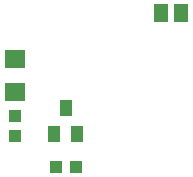
<source format=gtp>
G75*
%MOIN*%
%OFA0B0*%
%FSLAX24Y24*%
%IPPOS*%
%LPD*%
%AMOC8*
5,1,8,0,0,1.08239X$1,22.5*
%
%ADD10R,0.0394X0.0551*%
%ADD11R,0.0710X0.0630*%
%ADD12R,0.0433X0.0394*%
%ADD13R,0.0512X0.0591*%
D10*
X012926Y003827D03*
X013674Y003827D03*
X013300Y004693D03*
D11*
X011620Y005220D03*
X011620Y006340D03*
D12*
X011620Y003765D03*
X011620Y004435D03*
X012965Y002740D03*
X013635Y002740D03*
D13*
X016485Y007860D03*
X017155Y007860D03*
M02*

</source>
